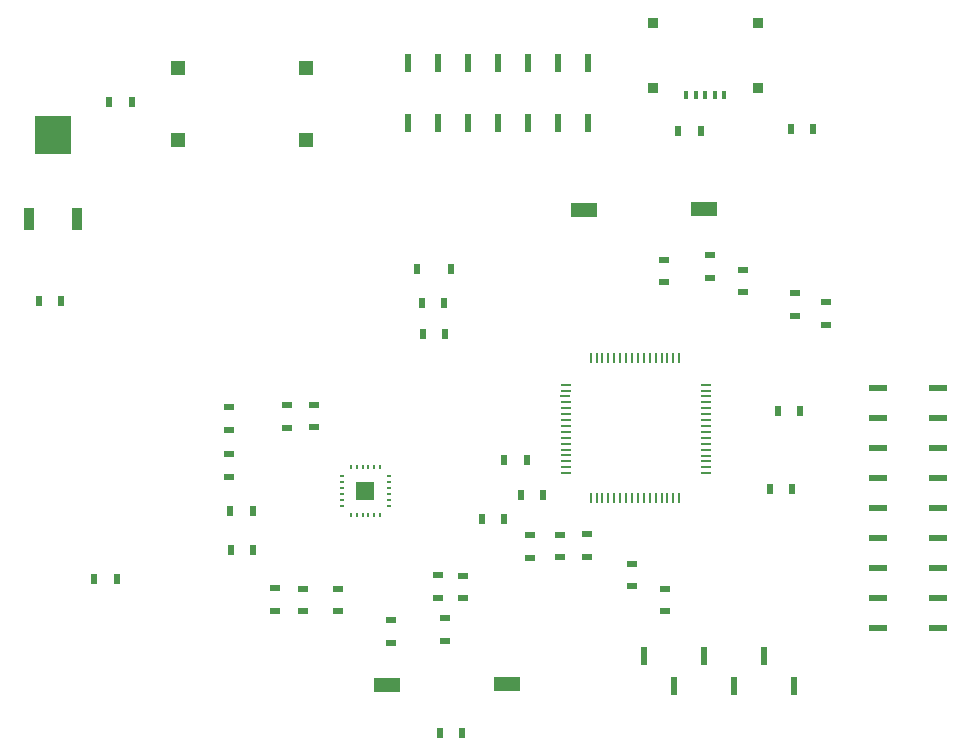
<source format=gtp>
G04 (created by PCBNEW (2013-08-24 BZR 4298)-stable) date Tue 08 Oct 2013 10:17:30 PM PDT*
%MOIN*%
G04 Gerber Fmt 3.4, Leading zero omitted, Abs format*
%FSLAX34Y34*%
G01*
G70*
G90*
G04 APERTURE LIST*
%ADD10C,0.005906*%
%ADD11R,0.059040X0.059040*%
%ADD12O,0.005880X0.018900*%
%ADD13O,0.018900X0.005880*%
%ADD14R,0.023640X0.035460*%
%ADD15R,0.023640X0.036600*%
%ADD16R,0.037800X0.037800*%
%ADD17R,0.011820X0.028320*%
%ADD18R,0.005880X0.036000*%
%ADD19O,0.005880X0.036000*%
%ADD20O,0.036000X0.005880*%
%ADD21R,0.089760X0.049620*%
%ADD22R,0.047220X0.047220*%
%ADD23R,0.033000X0.021000*%
%ADD24R,0.021000X0.033000*%
%ADD25R,0.036000X0.072000*%
%ADD26R,0.120000X0.126000*%
%ADD27R,0.023400X0.060000*%
%ADD28R,0.060000X0.023400*%
G04 APERTURE END LIST*
G54D10*
G54D11*
X26618Y-42019D03*
G54D12*
X26126Y-42806D03*
X26323Y-42806D03*
X26520Y-42806D03*
X26716Y-42806D03*
X26913Y-42806D03*
X27110Y-42806D03*
G54D13*
X27405Y-42511D03*
X27405Y-42314D03*
X27405Y-42117D03*
X27405Y-41921D03*
X27405Y-41724D03*
X27405Y-41527D03*
G54D12*
X27110Y-41232D03*
X26913Y-41232D03*
X26716Y-41232D03*
X26520Y-41232D03*
X26323Y-41232D03*
X26126Y-41232D03*
G54D13*
X25831Y-41527D03*
X25831Y-41724D03*
X25831Y-41921D03*
X25831Y-42117D03*
X25831Y-42314D03*
X25831Y-42511D03*
G54D14*
X29481Y-34624D03*
G54D15*
X28329Y-34620D03*
G54D16*
X36190Y-28592D03*
X36190Y-26427D03*
X39694Y-28592D03*
G54D17*
X37627Y-28829D03*
X38572Y-28829D03*
X38257Y-28829D03*
X37312Y-28829D03*
X37937Y-28829D03*
G54D16*
X39694Y-26427D03*
G54D18*
X34124Y-42261D03*
G54D19*
X34321Y-42261D03*
X34518Y-42261D03*
X34715Y-42261D03*
X34912Y-42261D03*
X35108Y-42261D03*
X35305Y-42261D03*
X35502Y-42261D03*
X35699Y-42261D03*
X35896Y-42261D03*
X36093Y-42261D03*
X36289Y-42261D03*
X36486Y-42261D03*
X36683Y-42261D03*
X36880Y-42261D03*
X37077Y-42261D03*
G54D20*
X37975Y-41426D03*
X37975Y-41229D03*
X37975Y-41032D03*
X37975Y-40835D03*
X37975Y-40638D03*
X37975Y-40442D03*
X37975Y-40245D03*
X37975Y-40048D03*
X37975Y-39851D03*
X37975Y-39654D03*
X37975Y-39457D03*
X37975Y-39261D03*
X37975Y-39064D03*
X37975Y-38867D03*
X37975Y-38670D03*
X37975Y-38473D03*
G54D19*
X37077Y-37575D03*
X36880Y-37575D03*
X36683Y-37575D03*
X36486Y-37575D03*
X36289Y-37575D03*
X36093Y-37575D03*
X35896Y-37575D03*
X35699Y-37575D03*
X35502Y-37575D03*
X35305Y-37575D03*
X35108Y-37575D03*
X34912Y-37575D03*
X34715Y-37575D03*
X34518Y-37575D03*
X34321Y-37575D03*
X34124Y-37575D03*
G54D20*
X33289Y-38473D03*
X33289Y-38670D03*
X33289Y-39064D03*
X33282Y-38867D03*
X33289Y-39261D03*
X33289Y-39457D03*
X33289Y-39654D03*
X33289Y-39851D03*
X33289Y-40048D03*
X33289Y-40245D03*
X33289Y-40439D03*
X33289Y-40636D03*
X33289Y-40833D03*
X33289Y-41030D03*
X33289Y-41226D03*
X33289Y-41423D03*
G54D21*
X31330Y-48462D03*
X27330Y-48500D03*
X33893Y-32667D03*
X37893Y-32629D03*
G54D22*
X24629Y-27929D03*
X24629Y-30330D03*
X20371Y-27929D03*
X20377Y-30330D03*
G54D23*
X25688Y-45274D03*
X25688Y-46024D03*
G54D24*
X17577Y-44940D03*
X18327Y-44940D03*
G54D23*
X35500Y-45193D03*
X35500Y-44443D03*
G54D24*
X22855Y-42696D03*
X22105Y-42696D03*
G54D23*
X22066Y-40786D03*
X22066Y-41536D03*
G54D24*
X22884Y-43986D03*
X22134Y-43986D03*
G54D23*
X22066Y-39971D03*
X22066Y-39221D03*
G54D24*
X31243Y-40972D03*
X31993Y-40972D03*
X31786Y-42141D03*
X32536Y-42141D03*
X30495Y-42940D03*
X31245Y-42940D03*
X29843Y-50086D03*
X29093Y-50086D03*
G54D23*
X23618Y-45254D03*
X23618Y-46004D03*
X33988Y-44213D03*
X33988Y-43463D03*
X33098Y-44233D03*
X33098Y-43483D03*
X32118Y-44237D03*
X32118Y-43487D03*
X24539Y-45274D03*
X24539Y-46024D03*
X39200Y-35394D03*
X39200Y-34644D03*
X38106Y-34156D03*
X38106Y-34906D03*
X36570Y-34306D03*
X36570Y-35056D03*
X40921Y-36178D03*
X40921Y-35428D03*
X41968Y-36481D03*
X41968Y-35731D03*
G54D24*
X37046Y-30009D03*
X37796Y-30009D03*
X41536Y-29956D03*
X40786Y-29956D03*
X29249Y-35744D03*
X28499Y-35744D03*
X40357Y-39366D03*
X41107Y-39366D03*
X29280Y-36795D03*
X28530Y-36795D03*
X40097Y-41952D03*
X40847Y-41952D03*
X18081Y-29062D03*
X18831Y-29062D03*
G54D23*
X36590Y-45278D03*
X36590Y-46028D03*
X24000Y-39914D03*
X24000Y-39164D03*
X24913Y-39886D03*
X24913Y-39136D03*
X27468Y-46325D03*
X27468Y-47075D03*
X29259Y-46254D03*
X29259Y-47004D03*
X29031Y-44825D03*
X29031Y-45575D03*
X29858Y-44845D03*
X29858Y-45595D03*
G54D24*
X15727Y-35679D03*
X16477Y-35679D03*
G54D25*
X15385Y-32950D03*
X16985Y-32950D03*
G54D26*
X16185Y-30150D03*
G54D27*
X40901Y-48531D03*
X39901Y-47531D03*
X38901Y-48531D03*
X37901Y-47531D03*
X36901Y-48531D03*
X35901Y-47531D03*
X33043Y-27755D03*
X34043Y-27755D03*
X34043Y-29755D03*
X33043Y-29755D03*
X32043Y-29755D03*
X28039Y-29755D03*
X29043Y-29755D03*
X30043Y-29755D03*
X31043Y-29755D03*
X32043Y-27755D03*
X31043Y-27755D03*
X30043Y-27755D03*
X29043Y-27755D03*
X28043Y-27755D03*
G54D28*
X43696Y-40594D03*
X45696Y-39594D03*
X45696Y-38594D03*
X43696Y-38594D03*
X43696Y-39594D03*
X43696Y-41594D03*
X45696Y-40594D03*
X45696Y-41594D03*
X45696Y-42594D03*
X45696Y-46594D03*
X45696Y-45594D03*
X45696Y-44594D03*
X45696Y-43594D03*
X43696Y-42594D03*
X43696Y-43594D03*
X43696Y-44594D03*
X43696Y-45594D03*
X43696Y-46594D03*
M02*

</source>
